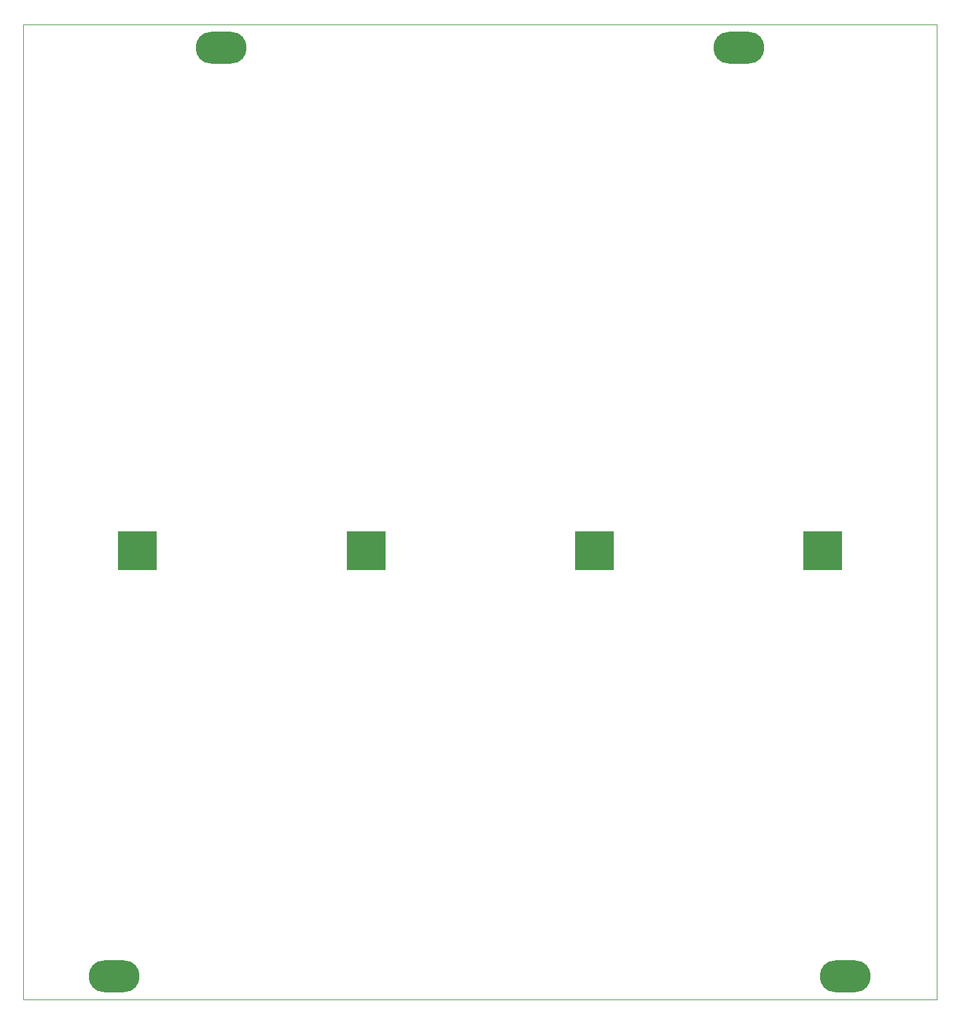
<source format=gbs>
G04 #@! TF.GenerationSoftware,KiCad,Pcbnew,(6.0.0)*
G04 #@! TF.CreationDate,2022-07-07T20:20:35+01:00*
G04 #@! TF.ProjectId,Drumbox,4472756d-626f-4782-9e6b-696361645f70,rev?*
G04 #@! TF.SameCoordinates,Original*
G04 #@! TF.FileFunction,Soldermask,Bot*
G04 #@! TF.FilePolarity,Negative*
%FSLAX46Y46*%
G04 Gerber Fmt 4.6, Leading zero omitted, Abs format (unit mm)*
G04 Created by KiCad (PCBNEW (6.0.0)) date 2022-07-07 20:20:35*
%MOMM*%
%LPD*%
G01*
G04 APERTURE LIST*
G04 #@! TA.AperFunction,Profile*
%ADD10C,0.050000*%
G04 #@! TD*
%ADD11C,0.100000*%
%ADD12O,6.700000X4.200000*%
G04 APERTURE END LIST*
D10*
X40000000Y-43500000D02*
X160000000Y-43500000D01*
X160000000Y-171500000D02*
X40000000Y-171500000D01*
X160000000Y-43500000D02*
X160000000Y-171500000D01*
D11*
X117500000Y-115000000D02*
X112500000Y-115000000D01*
X112500000Y-115000000D02*
X112500000Y-110000000D01*
X112500000Y-110000000D02*
X117500000Y-110000000D01*
X117500000Y-110000000D02*
X117500000Y-115000000D01*
G36*
X117500000Y-115000000D02*
G01*
X112500000Y-115000000D01*
X112500000Y-110000000D01*
X117500000Y-110000000D01*
X117500000Y-115000000D01*
G37*
X117500000Y-115000000D02*
X112500000Y-115000000D01*
X112500000Y-110000000D01*
X117500000Y-110000000D01*
X117500000Y-115000000D01*
X87500000Y-115000000D02*
X82500000Y-115000000D01*
X82500000Y-115000000D02*
X82500000Y-110000000D01*
X82500000Y-110000000D02*
X87500000Y-110000000D01*
X87500000Y-110000000D02*
X87500000Y-115000000D01*
G36*
X87500000Y-115000000D02*
G01*
X82500000Y-115000000D01*
X82500000Y-110000000D01*
X87500000Y-110000000D01*
X87500000Y-115000000D01*
G37*
X87500000Y-115000000D02*
X82500000Y-115000000D01*
X82500000Y-110000000D01*
X87500000Y-110000000D01*
X87500000Y-115000000D01*
X57500000Y-115000000D02*
X52500000Y-115000000D01*
X52500000Y-115000000D02*
X52500000Y-110000000D01*
X52500000Y-110000000D02*
X57500000Y-110000000D01*
X57500000Y-110000000D02*
X57500000Y-115000000D01*
G36*
X57500000Y-115000000D02*
G01*
X52500000Y-115000000D01*
X52500000Y-110000000D01*
X57500000Y-110000000D01*
X57500000Y-115000000D01*
G37*
X57500000Y-115000000D02*
X52500000Y-115000000D01*
X52500000Y-110000000D01*
X57500000Y-110000000D01*
X57500000Y-115000000D01*
D10*
X40000000Y-43500000D02*
X40000000Y-171500000D01*
D11*
X147500000Y-115000000D02*
X142500000Y-115000000D01*
X142500000Y-115000000D02*
X142500000Y-110000000D01*
X142500000Y-110000000D02*
X147500000Y-110000000D01*
X147500000Y-110000000D02*
X147500000Y-115000000D01*
G36*
X147500000Y-115000000D02*
G01*
X142500000Y-115000000D01*
X142500000Y-110000000D01*
X147500000Y-110000000D01*
X147500000Y-115000000D01*
G37*
X147500000Y-115000000D02*
X142500000Y-115000000D01*
X142500000Y-110000000D01*
X147500000Y-110000000D01*
X147500000Y-115000000D01*
D12*
X148000000Y-168500000D03*
X66000000Y-46500000D03*
X134000000Y-46500000D03*
X52000000Y-168500000D03*
M02*

</source>
